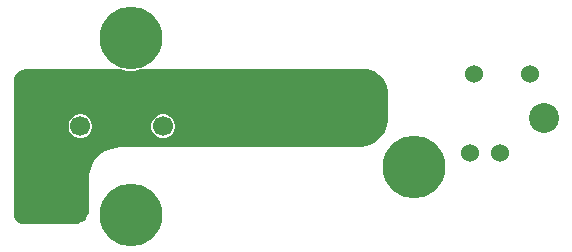
<source format=gbl>
G04*
G04 #@! TF.GenerationSoftware,Altium Limited,Altium Designer,21.9.2 (33)*
G04*
G04 Layer_Physical_Order=2*
G04 Layer_Color=16711680*
%FSLAX25Y25*%
%MOIN*%
G70*
G04*
G04 #@! TF.SameCoordinates,76B3E711-7253-4C38-AAFD-F3EBF6C4A3F6*
G04*
G04*
G04 #@! TF.FilePolarity,Positive*
G04*
G01*
G75*
%ADD27C,0.06693*%
%ADD28C,0.01400*%
%ADD29C,0.20866*%
%ADD30C,0.06000*%
%ADD31C,0.10000*%
%ADD32C,0.03300*%
G36*
X221982Y154422D02*
X223415Y153828D01*
X224704Y152966D01*
X225801Y151870D01*
X226663Y150580D01*
X227256Y149147D01*
X227559Y147626D01*
Y146850D01*
Y138740D01*
Y137755D01*
X227175Y135823D01*
X226421Y134003D01*
X225327Y132366D01*
X223934Y130973D01*
X222296Y129878D01*
X220476Y129124D01*
X218544Y128740D01*
X137953D01*
X136973Y128692D01*
X135050Y128310D01*
X133239Y127559D01*
X131609Y126470D01*
X130223Y125084D01*
X129133Y123454D01*
X128383Y121643D01*
X128001Y119720D01*
X127953Y118740D01*
Y107764D01*
X127756Y106775D01*
X127370Y105843D01*
X126810Y105005D01*
X126097Y104292D01*
X125259Y103732D01*
X124328Y103346D01*
X123339Y103150D01*
X105950D01*
X105266Y103286D01*
X104621Y103553D01*
X104041Y103941D01*
X103547Y104434D01*
X103159Y105015D01*
X102892Y105659D01*
X102756Y106344D01*
Y106693D01*
Y150787D01*
Y151175D01*
X102907Y151936D01*
X103204Y152652D01*
X103635Y153297D01*
X104128Y153790D01*
X104183Y153846D01*
X104828Y154276D01*
X104828Y154276D01*
X105109Y154393D01*
X105383Y154506D01*
X105383Y154506D01*
X106693Y154724D01*
X106776Y154724D01*
X138744D01*
X139149Y154593D01*
X140864Y154321D01*
X142601D01*
X144316Y154593D01*
X144720Y154724D01*
X220461D01*
X221982Y154422D01*
D02*
G37*
%LPC*%
G36*
X153079Y139773D02*
X152040D01*
X151036Y139504D01*
X150136Y138985D01*
X149401Y138250D01*
X148882Y137350D01*
X148613Y136346D01*
Y135307D01*
X148882Y134303D01*
X149401Y133404D01*
X150136Y132669D01*
X151036Y132149D01*
X152040Y131880D01*
X153079D01*
X154082Y132149D01*
X154982Y132669D01*
X155717Y133404D01*
X156237Y134303D01*
X156506Y135307D01*
Y136346D01*
X156237Y137350D01*
X155717Y138250D01*
X154982Y138985D01*
X154082Y139504D01*
X153079Y139773D01*
D02*
G37*
G36*
X125520D02*
X124480D01*
X123477Y139504D01*
X122577Y138985D01*
X121842Y138250D01*
X121323Y137350D01*
X121054Y136346D01*
Y135307D01*
X121323Y134303D01*
X121842Y133404D01*
X122577Y132669D01*
X123477Y132149D01*
X124480Y131880D01*
X125520D01*
X126523Y132149D01*
X127423Y132669D01*
X128158Y133404D01*
X128677Y134303D01*
X128946Y135307D01*
Y136346D01*
X128677Y137350D01*
X128158Y138250D01*
X127423Y138985D01*
X126523Y139504D01*
X125520Y139773D01*
D02*
G37*
%LPD*%
D27*
X152559Y135827D02*
D03*
X125000D02*
D03*
D28*
X147545Y100486D02*
D03*
X149953Y106299D02*
D03*
X147545Y112112D02*
D03*
X141732Y114520D02*
D03*
D03*
X135919Y112112D02*
D03*
X133512Y106299D02*
D03*
X135919Y100486D02*
D03*
X141732Y98079D02*
D03*
X242033Y116234D02*
D03*
X244441Y122047D02*
D03*
X242033Y127860D02*
D03*
X236221Y130268D02*
D03*
D03*
X230408Y127860D02*
D03*
X228000Y122047D02*
D03*
X230408Y116234D02*
D03*
X236221Y113827D02*
D03*
X141732Y157134D02*
D03*
X135919Y159541D02*
D03*
X133512Y165354D02*
D03*
X135919Y171167D02*
D03*
X141732Y173575D02*
D03*
D03*
X147545Y171167D02*
D03*
X149953Y165354D02*
D03*
X147545Y159541D02*
D03*
D29*
X141732Y106299D02*
D03*
X236221Y122047D02*
D03*
X141732Y165354D02*
D03*
D30*
X254724Y126772D02*
D03*
X264961D02*
D03*
X274803Y153150D02*
D03*
X256299D02*
D03*
X109843Y132283D02*
D03*
X110630Y111024D02*
D03*
D31*
X279528Y138583D02*
D03*
D32*
X207087Y135433D02*
D03*
Y148425D02*
D03*
X223622Y144095D02*
D03*
X207087Y141339D02*
D03*
M02*

</source>
